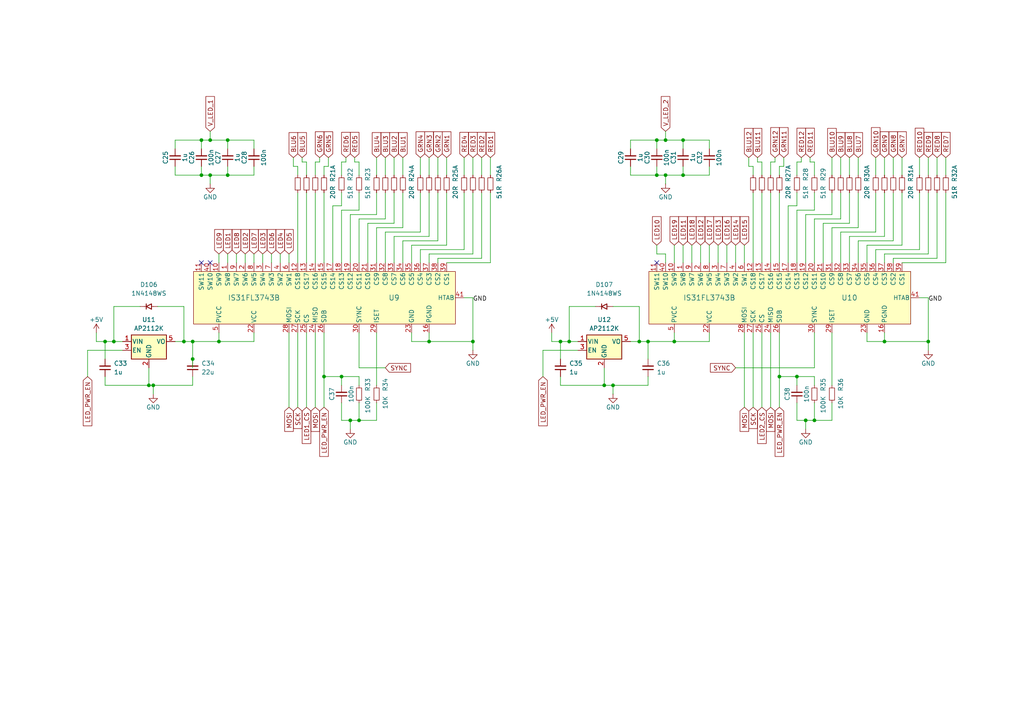
<source format=kicad_sch>
(kicad_sch (version 20250114) (generator "eeschema") (generator_version "9.0")
  (paper "A4")
  (junction (at 233.68 121.92))
  (junction (at 187.96 99.06))
  (junction (at 55.88 104.14))
  (junction (at 190.5 50.8))
  (junction (at 33.02 99.06))
  (junction (at 269.24 99.06))
  (junction (at 226.06 109.22))
  (junction (at 124.46 99.06))
  (junction (at 190.5 40.64))
  (junction (at 193.04 40.64))
  (junction (at 198.12 40.64))
  (junction (at 43.18 111.76))
  (junction (at 198.12 50.8))
  (junction (at 60.96 40.64))
  (junction (at 162.56 99.06))
  (junction (at 30.48 99.06))
  (junction (at 58.42 50.8))
  (junction (at 93.98 109.22))
  (junction (at 165.1 99.06))
  (junction (at 195.58 99.06))
  (junction (at 44.45 111.76))
  (junction (at 137.16 99.06))
  (junction (at 60.96 50.8))
  (junction (at 55.88 99.06))
  (junction (at 58.42 40.64))
  (junction (at 53.34 99.06))
  (junction (at 66.04 50.8))
  (junction (at 175.26 111.76))
  (junction (at 193.04 50.8))
  (junction (at 231.14 109.22))
  (junction (at 101.6 121.92))
  (junction (at 236.22 121.92))
  (junction (at 185.42 99.06))
  (junction (at 66.04 40.64))
  (junction (at 63.5 99.06))
  (junction (at 256.54 99.06))
  (junction (at 177.8 111.76))
  (junction (at 104.14 121.92))
  (junction (at 99.06 109.22))
  (no_connect (at 58.42 76.2))
  (no_connect (at 60.96 76.2))
  (no_connect (at 190.5 76.2))
  (wire (pts (xy 274.32 76.2) (xy 274.32 55.88)))
  (wire (pts (xy 87.63 46.99) (xy 87.63 45.72)))
  (wire (pts (xy 241.3 62.23) (xy 241.3 55.88)))
  (wire (pts (xy 236.22 109.22) (xy 231.14 109.22)))
  (wire (pts (xy 109.22 66.04) (xy 116.84 66.04)))
  (wire (pts (xy 231.14 109.22) (xy 231.14 111.76)))
  (wire (pts (xy 43.18 111.76) (xy 44.45 111.76)))
  (wire (pts (xy 99.06 121.92) (xy 101.6 121.92)))
  (wire (pts (xy 124.46 99.06) (xy 137.16 99.06)))
  (wire (pts (xy 218.44 48.26) (xy 217.17 48.26)))
  (wire (pts (xy 137.16 99.06) (xy 137.16 101.6)))
  (wire (pts (xy 63.5 99.06) (xy 73.66 99.06)))
  (wire (pts (xy 73.66 50.8) (xy 73.66 48.26)))
  (wire (pts (xy 134.62 86.36) (xy 137.16 86.36)))
  (wire (pts (xy 25.4 101.6) (xy 35.56 101.6)))
  (wire (pts (xy 193.04 40.64) (xy 198.12 40.64)))
  (wire (pts (xy 172.72 88.9) (xy 165.1 88.9)))
  (wire (pts (xy 111.76 76.2) (xy 111.76 67.31)))
  (wire (pts (xy 256.54 45.72) (xy 256.54 50.8)))
  (wire (pts (xy 116.84 69.85) (xy 127 69.85)))
  (wire (pts (xy 66.04 40.64) (xy 66.04 43.18)))
  (wire (pts (xy 193.04 50.8) (xy 198.12 50.8)))
  (wire (pts (xy 256.54 76.2) (xy 256.54 73.66)))
  (wire (pts (xy 76.2 73.66) (xy 76.2 76.2)))
  (wire (pts (xy 165.1 88.9) (xy 165.1 99.06)))
  (wire (pts (xy 99.06 46.99) (xy 100.33 46.99)))
  (wire (pts (xy 124.46 96.52) (xy 124.46 99.06)))
  (wire (pts (xy 109.22 55.88) (xy 109.22 62.23)))
  (wire (pts (xy 231.14 59.69) (xy 231.14 55.88)))
  (wire (pts (xy 200.66 71.12) (xy 200.66 76.2)))
  (wire (pts (xy 73.66 73.66) (xy 73.66 76.2)))
  (wire (pts (xy 106.68 64.77) (xy 114.3 64.77)))
  (wire (pts (xy 139.7 74.93) (xy 139.7 55.88)))
  (wire (pts (xy 175.26 111.76) (xy 177.8 111.76)))
  (wire (pts (xy 66.04 50.8) (xy 73.66 50.8)))
  (wire (pts (xy 73.66 40.64) (xy 73.66 43.18)))
  (wire (pts (xy 99.06 59.69) (xy 99.06 55.88)))
  (wire (pts (xy 218.44 50.8) (xy 218.44 48.26)))
  (wire (pts (xy 30.48 99.06) (xy 33.02 99.06)))
  (wire (pts (xy 190.5 50.8) (xy 193.04 50.8)))
  (wire (pts (xy 231.14 76.2) (xy 231.14 60.96)))
  (wire (pts (xy 182.88 43.18) (xy 182.88 40.64)))
  (wire (pts (xy 236.22 121.92) (xy 241.3 121.92)))
  (wire (pts (xy 233.68 121.92) (xy 236.22 121.92)))
  (wire (pts (xy 91.44 96.52) (xy 91.44 118.11)))
  (wire (pts (xy 248.92 76.2) (xy 248.92 69.85)))
  (wire (pts (xy 193.04 73.66) (xy 193.04 76.2)))
  (wire (pts (xy 99.06 50.8) (xy 99.06 46.99)))
  (wire (pts (xy 236.22 106.68) (xy 236.22 96.52)))
  (wire (pts (xy 269.24 45.72) (xy 269.24 50.8)))
  (wire (pts (xy 251.46 71.12) (xy 261.62 71.12)))
  (wire (pts (xy 55.88 109.22) (xy 55.88 111.76)))
  (wire (pts (xy 226.06 55.88) (xy 226.06 76.2)))
  (wire (pts (xy 190.5 73.66) (xy 193.04 73.66)))
  (wire (pts (xy 210.82 71.12) (xy 210.82 76.2)))
  (wire (pts (xy 109.22 121.92) (xy 109.22 116.84)))
  (wire (pts (xy 30.48 109.22) (xy 30.48 111.76)))
  (wire (pts (xy 220.98 55.88) (xy 220.98 76.2)))
  (wire (pts (xy 101.6 121.92) (xy 104.14 121.92)))
  (wire (pts (xy 177.8 111.76) (xy 187.96 111.76)))
  (wire (pts (xy 236.22 60.96) (xy 236.22 55.88)))
  (wire (pts (xy 50.8 43.18) (xy 50.8 40.64)))
  (wire (pts (xy 91.44 50.8) (xy 91.44 46.99)))
  (wire (pts (xy 243.84 67.31) (xy 254 67.31)))
  (wire (pts (xy 109.22 76.2) (xy 109.22 66.04)))
  (wire (pts (xy 266.7 72.39) (xy 266.7 55.88)))
  (wire (pts (xy 246.38 45.72) (xy 246.38 50.8)))
  (wire (pts (xy 217.17 45.72) (xy 217.17 48.26)))
  (wire (pts (xy 116.84 66.04) (xy 116.84 55.88)))
  (wire (pts (xy 254 45.72) (xy 254 50.8)))
  (wire (pts (xy 93.98 48.26) (xy 95.25 48.26)))
  (wire (pts (xy 241.3 66.04) (xy 248.92 66.04)))
  (wire (pts (xy 254 67.31) (xy 254 55.88)))
  (wire (pts (xy 92.71 45.72) (xy 92.71 46.99)))
  (wire (pts (xy 251.46 96.52) (xy 251.46 99.06)))
  (wire (pts (xy 185.42 99.06) (xy 182.88 99.06)))
  (wire (pts (xy 236.22 63.5) (xy 243.84 63.5)))
  (wire (pts (xy 256.54 96.52) (xy 256.54 99.06)))
  (wire (pts (xy 219.71 46.99) (xy 220.98 46.99)))
  (wire (pts (xy 198.12 71.12) (xy 198.12 76.2)))
  (wire (pts (xy 243.84 76.2) (xy 243.84 67.31)))
  (wire (pts (xy 101.6 76.2) (xy 101.6 62.23)))
  (wire (pts (xy 223.52 96.52) (xy 223.52 118.11)))
  (wire (pts (xy 58.42 48.26) (xy 58.42 50.8)))
  (wire (pts (xy 228.6 76.2) (xy 228.6 59.69)))
  (wire (pts (xy 259.08 74.93) (xy 271.78 74.93)))
  (wire (pts (xy 205.74 40.64) (xy 205.74 43.18)))
  (wire (pts (xy 223.52 55.88) (xy 223.52 76.2)))
  (wire (pts (xy 238.76 76.2) (xy 238.76 64.77)))
  (wire (pts (xy 160.02 96.52) (xy 160.02 99.06)))
  (wire (pts (xy 231.14 121.92) (xy 233.68 121.92)))
  (wire (pts (xy 266.7 45.72) (xy 266.7 50.8)))
  (wire (pts (xy 124.46 68.58) (xy 124.46 55.88)))
  (wire (pts (xy 226.06 109.22) (xy 226.06 118.11)))
  (wire (pts (xy 124.46 76.2) (xy 124.46 73.66)))
  (wire (pts (xy 246.38 64.77) (xy 246.38 55.88)))
  (wire (pts (xy 106.68 76.2) (xy 106.68 64.77)))
  (wire (pts (xy 226.06 48.26) (xy 227.33 48.26)))
  (wire (pts (xy 86.36 50.8) (xy 86.36 48.26)))
  (wire (pts (xy 182.88 50.8) (xy 190.5 50.8)))
  (wire (pts (xy 215.9 96.52) (xy 215.9 118.11)))
  (wire (pts (xy 78.74 73.66) (xy 78.74 76.2)))
  (wire (pts (xy 139.7 45.72) (xy 139.7 50.8)))
  (wire (pts (xy 205.74 96.52) (xy 205.74 99.06)))
  (wire (pts (xy 104.14 109.22) (xy 99.06 109.22)))
  (wire (pts (xy 93.98 109.22) (xy 93.98 118.11)))
  (wire (pts (xy 142.24 76.2) (xy 142.24 55.88)))
  (wire (pts (xy 238.76 64.77) (xy 246.38 64.77)))
  (wire (pts (xy 271.78 45.72) (xy 271.78 50.8)))
  (wire (pts (xy 142.24 45.72) (xy 142.24 50.8)))
  (wire (pts (xy 30.48 111.76) (xy 43.18 111.76)))
  (wire (pts (xy 205.74 50.8) (xy 205.74 48.26)))
  (wire (pts (xy 104.14 116.84) (xy 104.14 121.92)))
  (wire (pts (xy 127 69.85) (xy 127 55.88)))
  (wire (pts (xy 241.3 45.72) (xy 241.3 50.8)))
  (wire (pts (xy 55.88 99.06) (xy 55.88 104.14)))
  (wire (pts (xy 175.26 106.68) (xy 175.26 111.76)))
  (wire (pts (xy 86.36 96.52) (xy 86.36 118.11)))
  (wire (pts (xy 234.95 45.72) (xy 234.95 46.99)))
  (wire (pts (xy 95.25 45.72) (xy 95.25 48.26)))
  (wire (pts (xy 177.8 111.76) (xy 177.8 114.3)))
  (wire (pts (xy 66.04 73.66) (xy 66.04 76.2)))
  (wire (pts (xy 88.9 50.8) (xy 88.9 46.99)))
  (wire (pts (xy 165.1 99.06) (xy 162.56 99.06)))
  (wire (pts (xy 88.9 55.88) (xy 88.9 76.2)))
  (wire (pts (xy 274.32 45.72) (xy 274.32 50.8)))
  (wire (pts (xy 213.36 106.68) (xy 236.22 106.68)))
  (wire (pts (xy 114.3 64.77) (xy 114.3 55.88)))
  (wire (pts (xy 241.3 96.52) (xy 241.3 111.76)))
  (wire (pts (xy 208.28 71.12) (xy 208.28 76.2)))
  (wire (pts (xy 88.9 96.52) (xy 88.9 118.11)))
  (wire (pts (xy 190.5 71.12) (xy 190.5 73.66)))
  (wire (pts (xy 104.14 121.92) (xy 109.22 121.92)))
  (wire (pts (xy 231.14 116.84) (xy 231.14 121.92)))
  (wire (pts (xy 246.38 68.58) (xy 256.54 68.58)))
  (wire (pts (xy 86.36 55.88) (xy 86.36 76.2)))
  (wire (pts (xy 121.92 67.31) (xy 121.92 55.88)))
  (wire (pts (xy 190.5 40.64) (xy 190.5 43.18)))
  (wire (pts (xy 33.02 99.06) (xy 35.56 99.06)))
  (wire (pts (xy 50.8 48.26) (xy 50.8 50.8)))
  (wire (pts (xy 91.44 55.88) (xy 91.44 76.2)))
  (wire (pts (xy 266.7 86.36) (xy 269.24 86.36)))
  (wire (pts (xy 269.24 73.66) (xy 269.24 55.88)))
  (wire (pts (xy 224.79 46.99) (xy 223.52 46.99)))
  (wire (pts (xy 119.38 71.12) (xy 129.54 71.12)))
  (wire (pts (xy 99.06 76.2) (xy 99.06 60.96)))
  (wire (pts (xy 269.24 86.36) (xy 269.24 99.06)))
  (wire (pts (xy 177.8 88.9) (xy 185.42 88.9)))
  (wire (pts (xy 231.14 46.99) (xy 231.14 50.8)))
  (wire (pts (xy 165.1 99.06) (xy 167.64 99.06)))
  (wire (pts (xy 241.3 121.92) (xy 241.3 116.84)))
  (wire (pts (xy 99.06 109.22) (xy 99.06 111.76)))
  (wire (pts (xy 256.54 68.58) (xy 256.54 55.88)))
  (wire (pts (xy 127 74.93) (xy 139.7 74.93)))
  (wire (pts (xy 116.84 76.2) (xy 116.84 69.85)))
  (wire (pts (xy 246.38 76.2) (xy 246.38 68.58)))
  (wire (pts (xy 236.22 116.84) (xy 236.22 121.92)))
  (wire (pts (xy 198.12 40.64) (xy 198.12 43.18)))
  (wire (pts (xy 162.56 99.06) (xy 162.56 104.14)))
  (wire (pts (xy 233.68 121.92) (xy 233.68 124.46)))
  (wire (pts (xy 251.46 99.06) (xy 256.54 99.06)))
  (wire (pts (xy 85.09 45.72) (xy 85.09 48.26)))
  (wire (pts (xy 231.14 60.96) (xy 236.22 60.96)))
  (wire (pts (xy 190.5 48.26) (xy 190.5 50.8)))
  (wire (pts (xy 195.58 96.52) (xy 195.58 99.06)))
  (wire (pts (xy 185.42 99.06) (xy 187.96 99.06)))
  (wire (pts (xy 248.92 66.04) (xy 248.92 55.88)))
  (wire (pts (xy 248.92 45.72) (xy 248.92 50.8)))
  (wire (pts (xy 261.62 45.72) (xy 261.62 50.8)))
  (wire (pts (xy 83.82 96.52) (xy 83.82 118.11)))
  (wire (pts (xy 121.92 45.72) (xy 121.92 50.8)))
  (wire (pts (xy 60.96 40.64) (xy 66.04 40.64)))
  (wire (pts (xy 109.22 45.72) (xy 109.22 50.8)))
  (wire (pts (xy 99.06 116.84) (xy 99.06 121.92)))
  (wire (pts (xy 129.54 71.12) (xy 129.54 55.88)))
  (wire (pts (xy 50.8 50.8) (xy 58.42 50.8)))
  (wire (pts (xy 261.62 71.12) (xy 261.62 55.88)))
  (wire (pts (xy 269.24 99.06) (xy 269.24 101.6)))
  (wire (pts (xy 162.56 111.76) (xy 175.26 111.76)))
  (wire (pts (xy 127 76.2) (xy 127 74.93)))
  (wire (pts (xy 232.41 46.99) (xy 231.14 46.99)))
  (wire (pts (xy 241.3 76.2) (xy 241.3 66.04)))
  (wire (pts (xy 124.46 73.66) (xy 137.16 73.66)))
  (wire (pts (xy 215.9 71.12) (xy 215.9 76.2)))
  (wire (pts (xy 190.5 40.64) (xy 193.04 40.64)))
  (wire (pts (xy 203.2 71.12) (xy 203.2 76.2)))
  (wire (pts (xy 195.58 99.06) (xy 205.74 99.06)))
  (wire (pts (xy 83.82 73.66) (xy 83.82 76.2)))
  (wire (pts (xy 187.96 99.06) (xy 187.96 104.14)))
  (wire (pts (xy 66.04 48.26) (xy 66.04 50.8)))
  (wire (pts (xy 44.45 111.76) (xy 44.45 114.3)))
  (wire (pts (xy 232.41 45.72) (xy 232.41 46.99)))
  (wire (pts (xy 93.98 55.88) (xy 93.98 76.2)))
  (wire (pts (xy 99.06 60.96) (xy 104.14 60.96)))
  (wire (pts (xy 50.8 40.64) (xy 58.42 40.64)))
  (wire (pts (xy 233.68 76.2) (xy 233.68 62.23)))
  (wire (pts (xy 93.98 109.22) (xy 93.98 96.52)))
  (wire (pts (xy 104.14 76.2) (xy 104.14 63.5)))
  (wire (pts (xy 101.6 121.92) (xy 101.6 124.46)))
  (wire (pts (xy 73.66 96.52) (xy 73.66 99.06)))
  (wire (pts (xy 224.79 45.72) (xy 224.79 46.99)))
  (wire (pts (xy 33.02 99.06) (xy 33.02 88.9)))
  (wire (pts (xy 119.38 76.2) (xy 119.38 71.12)))
  (wire (pts (xy 228.6 59.69) (xy 231.14 59.69)))
  (wire (pts (xy 114.3 68.58) (xy 124.46 68.58)))
  (wire (pts (xy 25.4 101.6) (xy 25.4 109.22)))
  (wire (pts (xy 53.34 88.9) (xy 53.34 99.06)))
  (wire (pts (xy 60.96 50.8) (xy 66.04 50.8)))
  (wire (pts (xy 91.44 46.99) (xy 92.71 46.99)))
  (wire (pts (xy 44.45 111.76) (xy 55.88 111.76)))
  (wire (pts (xy 104.14 46.99) (xy 102.87 46.99)))
  (wire (pts (xy 162.56 109.22) (xy 162.56 111.76)))
  (wire (pts (xy 198.12 50.8) (xy 205.74 50.8)))
  (wire (pts (xy 198.12 40.64) (xy 205.74 40.64)))
  (wire (pts (xy 220.98 96.52) (xy 220.98 118.11)))
  (wire (pts (xy 66.04 40.64) (xy 73.66 40.64)))
  (wire (pts (xy 236.22 111.76) (xy 236.22 109.22)))
  (wire (pts (xy 157.48 101.6) (xy 167.64 101.6)))
  (wire (pts (xy 100.33 45.72) (xy 100.33 46.99)))
  (wire (pts (xy 116.84 45.72) (xy 116.84 50.8)))
  (wire (pts (xy 226.06 50.8) (xy 226.06 48.26)))
  (wire (pts (xy 223.52 46.99) (xy 223.52 50.8)))
  (wire (pts (xy 101.6 62.23) (xy 109.22 62.23)))
  (wire (pts (xy 104.14 106.68) (xy 111.76 106.68)))
  (wire (pts (xy 195.58 71.12) (xy 195.58 76.2)))
  (wire (pts (xy 243.84 63.5) (xy 243.84 55.88)))
  (wire (pts (xy 129.54 45.72) (xy 129.54 50.8)))
  (wire (pts (xy 236.22 50.8) (xy 236.22 46.99)))
  (wire (pts (xy 114.3 76.2) (xy 114.3 68.58)))
  (wire (pts (xy 99.06 109.22) (xy 93.98 109.22)))
  (wire (pts (xy 121.92 76.2) (xy 121.92 72.39)))
  (wire (pts (xy 81.28 73.66) (xy 81.28 76.2)))
  (wire (pts (xy 254 76.2) (xy 254 72.39)))
  (wire (pts (xy 227.33 45.72) (xy 227.33 48.26)))
  (wire (pts (xy 88.9 46.99) (xy 87.63 46.99)))
  (wire (pts (xy 114.3 45.72) (xy 114.3 50.8)))
  (wire (pts (xy 218.44 55.88) (xy 218.44 76.2)))
  (wire (pts (xy 63.5 99.06) (xy 63.5 96.52)))
  (wire (pts (xy 53.34 99.06) (xy 55.88 99.06)))
  (wire (pts (xy 96.52 59.69) (xy 99.06 59.69)))
  (wire (pts (xy 218.44 96.52) (xy 218.44 118.11)))
  (wire (pts (xy 134.62 72.39) (xy 134.62 55.88)))
  (wire (pts (xy 248.92 69.85) (xy 259.08 69.85)))
  (wire (pts (xy 71.12 73.66) (xy 71.12 76.2)))
  (wire (pts (xy 124.46 45.72) (xy 124.46 50.8)))
  (wire (pts (xy 58.42 40.64) (xy 58.42 43.18)))
  (wire (pts (xy 63.5 73.66) (xy 63.5 76.2)))
  (wire (pts (xy 55.88 104.14) (xy 55.88 106.68)))
  (wire (pts (xy 134.62 45.72) (xy 134.62 50.8)))
  (wire (pts (xy 104.14 63.5) (xy 111.76 63.5)))
  (wire (pts (xy 30.48 99.06) (xy 30.48 104.14)))
  (wire (pts (xy 43.18 106.68) (xy 43.18 111.76)))
  (wire (pts (xy 104.14 50.8) (xy 104.14 46.99)))
  (wire (pts (xy 93.98 50.8) (xy 93.98 48.26)))
  (wire (pts (xy 182.88 40.64) (xy 190.5 40.64)))
  (wire (pts (xy 111.76 67.31) (xy 121.92 67.31)))
  (wire (pts (xy 119.38 96.52) (xy 119.38 99.06)))
  (wire (pts (xy 127 45.72) (xy 127 50.8)))
  (wire (pts (xy 213.36 71.12) (xy 213.36 76.2)))
  (wire (pts (xy 162.56 99.06) (xy 160.02 99.06)))
  (wire (pts (xy 137.16 73.66) (xy 137.16 55.88)))
  (wire (pts (xy 251.46 76.2) (xy 251.46 71.12)))
  (wire (pts (xy 271.78 74.93) (xy 271.78 55.88)))
  (wire (pts (xy 259.08 69.85) (xy 259.08 55.88)))
  (wire (pts (xy 104.14 96.52) (xy 104.14 106.68)))
  (wire (pts (xy 254 72.39) (xy 266.7 72.39)))
  (wire (pts (xy 119.38 99.06) (xy 124.46 99.06)))
  (wire (pts (xy 256.54 99.06) (xy 269.24 99.06)))
  (wire (pts (xy 220.98 46.99) (xy 220.98 50.8)))
  (wire (pts (xy 129.54 76.2) (xy 142.24 76.2)))
  (wire (pts (xy 187.96 99.06) (xy 195.58 99.06)))
  (wire (pts (xy 104.14 111.76) (xy 104.14 109.22)))
  (wire (pts (xy 193.04 50.8) (xy 193.04 53.34)))
  (wire (pts (xy 109.22 96.52) (xy 109.22 111.76)))
  (wire (pts (xy 205.74 71.12) (xy 205.74 76.2)))
  (wire (pts (xy 226.06 109.22) (xy 226.06 96.52)))
  (wire (pts (xy 58.42 50.8) (xy 60.96 50.8)))
  (wire (pts (xy 261.62 76.2) (xy 274.32 76.2)))
  (wire (pts (xy 259.08 45.72) (xy 259.08 50.8)))
  (wire (pts (xy 60.96 38.1) (xy 60.96 40.64)))
  (wire (pts (xy 121.92 72.39) (xy 134.62 72.39)))
  (wire (pts (xy 137.16 86.36) (xy 137.16 99.06)))
  (wire (pts (xy 256.54 73.66) (xy 269.24 73.66)))
  (wire (pts (xy 137.16 45.72) (xy 137.16 50.8)))
  (wire (pts (xy 60.96 50.8) (xy 60.96 53.34)))
  (wire (pts (xy 27.94 99.06) (xy 30.48 99.06)))
  (wire (pts (xy 185.42 88.9) (xy 185.42 99.06)))
  (wire (pts (xy 193.04 38.1) (xy 193.04 40.64)))
  (wire (pts (xy 68.58 73.66) (xy 68.58 76.2)))
  (wire (pts (xy 231.14 109.22) (xy 226.06 109.22)))
  (wire (pts (xy 236.22 76.2) (xy 236.22 63.5)))
  (wire (pts (xy 55.88 99.06) (xy 63.5 99.06)))
  (wire (pts (xy 27.94 96.52) (xy 27.94 99.06)))
  (wire (pts (xy 102.87 45.72) (xy 102.87 46.99)))
  (wire (pts (xy 236.22 46.99) (xy 234.95 46.99)))
  (wire (pts (xy 198.12 48.26) (xy 198.12 50.8)))
  (wire (pts (xy 58.42 40.64) (xy 60.96 40.64)))
  (wire (pts (xy 96.52 76.2) (xy 96.52 59.69)))
  (wire (pts (xy 53.34 99.06) (xy 50.8 99.06)))
  (wire (pts (xy 243.84 45.72) (xy 243.84 50.8)))
  (wire (pts (xy 33.02 88.9) (xy 40.64 88.9)))
  (wire (pts (xy 45.72 88.9) (xy 53.34 88.9)))
  (wire (pts (xy 111.76 45.72) (xy 111.76 50.8)))
  (wire (pts (xy 157.48 109.22) (xy 157.48 101.6)))
  (wire (pts (xy 104.14 60.96) (xy 104.14 55.88)))
  (wire (pts (xy 259.08 76.2) (xy 259.08 74.93)))
  (wire (pts (xy 86.36 48.26) (xy 85.09 48.26)))
  (wire (pts (xy 233.68 62.23) (xy 241.3 62.23)))
  (wire (pts (xy 111.76 63.5) (xy 111.76 55.88)))
  (wire (pts (xy 219.71 45.72) (xy 219.71 46.99)))
  (wire (pts (xy 182.88 48.26) (xy 182.88 50.8)))
  (wire (pts (xy 187.96 109.22) (xy 187.96 111.76)))
  (label "GND" (at 269.24 87.63 0))
  (label "GND" (at 137.16 87.63 0))
  (global_label "RED6" (shape input) (at 100.33 45.72 90) (property "Intersheetrefs" "${INTERSHEET_REFS}" (effects (hide yes))))
  (global_label "LED15" (shape input) (at 215.9 71.12 90) (property "Intersheetrefs" "${INTERSHEET_REFS}" (effects (hide yes))))
  (global_label "BLU9" (shape input) (at 243.84 45.72 90) (property "Intersheetrefs" "${INTERSHEET_REFS}" (effects (hide yes))))
  (global_label "RED9" (shape input) (at 269.24 45.72 90) (property "Intersheetrefs" "${INTERSHEET_REFS}" (effects (hide yes))))
  (global_label "RED2" (shape input) (at 139.7 45.72 90) (property "Intersheetrefs" "${INTERSHEET_REFS}" (effects (hide yes))))
  (global_label "BLU8" (shape input) (at 246.38 45.72 90) (property "Intersheetrefs" "${INTERSHEET_REFS}" (effects (hide yes))))
  (global_label "BLU1" (shape input) (at 116.84 45.72 90) (property "Intersheetrefs" "${INTERSHEET_REFS}" (effects (hide yes))))
  (global_label "LED_PWR_EN" (shape input) (at 93.98 118.11 270) (property "Intersheetrefs" "${INTERSHEET_REFS}" (effects (hide yes))))
  (global_label "RED5" (shape input) (at 102.87 45.72 90) (property "Intersheetrefs" "${INTERSHEET_REFS}" (effects (hide yes))))
  (global_label "RED4" (shape input) (at 134.62 45.72 90) (property "Intersheetrefs" "${INTERSHEET_REFS}" (effects (hide yes))))
  (global_label "LED18" (shape input) (at 200.66 71.12 90) (property "Intersheetrefs" "${INTERSHEET_REFS}" (effects (hide yes))))
  (global_label "BLU5" (shape input) (at 87.63 45.72 90) (property "Intersheetrefs" "${INTERSHEET_REFS}" (effects (hide yes))))
  (global_label "GRN5" (shape input) (at 95.25 45.72 90) (property "Intersheetrefs" "${INTERSHEET_REFS}" (effects (hide yes))))
  (global_label "RED3" (shape input) (at 137.16 45.72 90) (property "Intersheetrefs" "${INTERSHEET_REFS}" (effects (hide yes))))
  (global_label "LED17" (shape input) (at 205.74 71.12 90) (property "Intersheetrefs" "${INTERSHEET_REFS}" (effects (hide yes))))
  (global_label "GRN3" (shape input) (at 124.46 45.72 90) (property "Intersheetrefs" "${INTERSHEET_REFS}" (effects (hide yes))))
  (global_label "BLU3" (shape input) (at 111.76 45.72 90) (property "Intersheetrefs" "${INTERSHEET_REFS}" (effects (hide yes))))
  (global_label "LED16" (shape input) (at 210.82 71.12 90) (property "Intersheetrefs" "${INTERSHEET_REFS}" (effects (hide yes))))
  (global_label "LED2_CS" (shape input) (at 220.98 118.11 270) (property "Intersheetrefs" "${INTERSHEET_REFS}" (effects (hide yes))))
  (global_label "LED_PWR_EN" (shape input) (at 226.06 118.11 270) (property "Intersheetrefs" "${INTERSHEET_REFS}" (effects (hide yes))))
  (global_label "RED8" (shape input) (at 271.78 45.72 90) (property "Intersheetrefs" "${INTERSHEET_REFS}" (effects (hide yes))))
  (global_label "MOSI" (shape input) (at 91.44 118.11 270) (property "Intersheetrefs" "${INTERSHEET_REFS}" (effects (hide yes))))
  (global_label "RED10" (shape input) (at 266.7 45.72 90) (property "Intersheetrefs" "${INTERSHEET_REFS}" (effects (hide yes))))
  (global_label "GRN11" (shape input) (at 227.33 45.72 90) (property "Intersheetrefs" "${INTERSHEET_REFS}" (effects (hide yes))))
  (global_label "RED11" (shape input) (at 234.95 45.72 90) (property "Intersheetrefs" "${INTERSHEET_REFS}" (effects (hide yes))))
  (global_label "GRN7" (shape input) (at 261.62 45.72 90) (property "Intersheetrefs" "${INTERSHEET_REFS}" (effects (hide yes))))
  (global_label "LED12" (shape input) (at 203.2 71.12 90) (property "Intersheetrefs" "${INTERSHEET_REFS}" (effects (hide yes))))
  (global_label "GRN12" (shape input) (at 224.79 45.72 90) (property "Intersheetrefs" "${INTERSHEET_REFS}" (effects (hide yes))))
  (global_label "MOSI" (shape input) (at 215.9 118.11 270) (property "Intersheetrefs" "${INTERSHEET_REFS}" (effects (hide yes))))
  (global_label "MOSI" (shape input) (at 223.52 118.11 270) (property "Intersheetrefs" "${INTERSHEET_REFS}" (effects (hide yes))))
  (global_label "BLU12" (shape input) (at 217.17 45.72 90) (property "Intersheetrefs" "${INTERSHEET_REFS}" (effects (hide yes))))
  (global_label "LED1" (shape input) (at 66.04 73.66 90) (property "Intersheetrefs" "${INTERSHEET_REFS}" (effects (hide yes))))
  (global_label "LED1_CS" (shape input) (at 88.9 118.11 270) (property "Intersheetrefs" "${INTERSHEET_REFS}" (effects (hide yes))))
  (global_label "SCK" (shape input) (at 218.44 118.11 270) (property "Intersheetrefs" "${INTERSHEET_REFS}" (effects (hide yes))))
  (global_label "LED6" (shape input) (at 78.74 73.66 90) (property "Intersheetrefs" "${INTERSHEET_REFS}" (effects (hide yes))))
  (global_label "BLU6" (shape input) (at 85.09 45.72 90) (property "Intersheetrefs" "${INTERSHEET_REFS}" (effects (hide yes))))
  (global_label "GRN9" (shape input) (at 256.54 45.72 90) (property "Intersheetrefs" "${INTERSHEET_REFS}" (effects (hide yes))))
  (global_label "GRN8" (shape input) (at 259.08 45.72 90) (property "Intersheetrefs" "${INTERSHEET_REFS}" (effects (hide yes))))
  (global_label "LED3" (shape input) (at 76.2 73.66 90) (property "Intersheetrefs" "${INTERSHEET_REFS}" (effects (hide yes))))
  (global_label "LED11" (shape input) (at 198.12 71.12 90) (property "Intersheetrefs" "${INTERSHEET_REFS}" (effects (hide yes))))
  (global_label "SYNC" (shape input) (at 213.36 106.68 180) (property "Intersheetrefs" "${INTERSHEET_REFS}" (effects (hide yes))))
  (global_label "V_LED_1" (shape input) (at 60.96 38.1 90) (property "Intersheetrefs" "${INTERSHEET_REFS}" (effects (hide yes))))
  (global_label "BLU4" (shape input) (at 109.22 45.72 90) (property "Intersheetrefs" "${INTERSHEET_REFS}" (effects (hide yes))))
  (global_label "GRN6" (shape input) (at 92.71 45.72 90) (property "Intersheetrefs" "${INTERSHEET_REFS}" (effects (hide yes))))
  (global_label "LED_PWR_EN" (shape input) (at 157.48 109.22 270) (property "Intersheetrefs" "${INTERSHEET_REFS}" (effects (hide yes))))
  (global_label "BLU11" (shape input) (at 219.71 45.72 90) (property "Intersheetrefs" "${INTERSHEET_REFS}" (effects (hide yes))))
  (global_label "GRN10" (shape input) (at 254 45.72 90) (property "Intersheetrefs" "${INTERSHEET_REFS}" (effects (hide yes))))
  (global_label "LED19" (shape input) (at 195.58 71.12 90) (property "Intersheetrefs" "${INTERSHEET_REFS}" (effects (hide yes))))
  (global_label "LED7" (shape input) (at 73.66 73.66 90) (property "Intersheetrefs" "${INTERSHEET_REFS}" (effects (hide yes))))
  (global_label "RED12" (shape input) (at 232.41 45.72 90) (property "Intersheetrefs" "${INTERSHEET_REFS}" (effects (hide yes))))
  (global_label "SYNC" (shape input) (at 111.76 106.68 0) (property "Intersheetrefs" "${INTERSHEET_REFS}" (effects (hide yes))))
  (global_label "RED7" (shape input) (at 274.32 45.72 90) (property "Intersheetrefs" "${INTERSHEET_REFS}" (effects (hide yes))))
  (global_label "LED2" (shape input) (at 71.12 73.66 90) (property "Intersheetrefs" "${INTERSHEET_REFS}" (effects (hide yes))))
  (global_label "LED5" (shape input) (at 83.82 73.66 90) (property "Intersheetrefs" "${INTERSHEET_REFS}" (effects (hide yes))))
  (global_label "V_LED_2" (shape input) (at 193.04 38.1 90) (property "Intersheetrefs" "${INTERSHEET_REFS}" (effects (hide yes))))
  (global_label "LED10" (shape input) (at 190.5 71.12 90) (property "Intersheetrefs" "${INTERSHEET_REFS}" (effects (hide yes))))
  (global_label "LED_PWR_EN" (shape input) (at 25.4 109.22 270) (property "Intersheetrefs" "${INTERSHEET_REFS}" (effects (hide yes))))
  (global_label "LED13" (shape input) (at 208.28 71.12 90) (property "Intersheetrefs" "${INTERSHEET_REFS}" (effects (hide yes))))
  (global_label "BLU7" (shape input) (at 248.92 45.72 90) (property "Intersheetrefs" "${INTERSHEET_REFS}" (effects (hide yes))))
  (global_label "MOSI" (shape input) (at 83.82 118.11 270) (property "Intersheetrefs" "${INTERSHEET_REFS}" (effects (hide yes))))
  (global_label "LED8" (shape input) (at 68.58 73.66 90) (property "Intersheetrefs" "${INTERSHEET_REFS}" (effects (hide yes))))
  (global_label "BLU2" (shape input) (at 114.3 45.72 90) (property "Intersheetrefs" "${INTERSHEET_REFS}" (effects (hide yes))))
  (global_label "GRN2" (shape input) (at 127 45.72 90) (property "Intersheetrefs" "${INTERSHEET_REFS}" (effects (hide yes))))
  (global_label "LED4" (shape input) (at 81.28 73.66 90) (property "Intersheetrefs" "${INTERSHEET_REFS}" (effects (hide yes))))
  (global_label "LED14" (shape input) (at 213.36 71.12 90) (property "Intersheetrefs" "${INTERSHEET_REFS}" (effects (hide yes))))
  (global_label "SCK" (shape input) (at 86.36 118.11 270) (property "Intersheetrefs" "${INTERSHEET_REFS}" (effects (hide yes))))
  (global_label "GRN1" (shape input) (at 129.54 45.72 90) (property "Intersheetrefs" "${INTERSHEET_REFS}" (effects (hide yes))))
  (global_label "LED9" (shape input) (at 63.5 73.66 90) (property "Intersheetrefs" "${INTERSHEET_REFS}" (effects (hide yes))))
  (global_label "GRN4" (shape input) (at 121.92 45.72 90) (property "Intersheetrefs" "${INTERSHEET_REFS}" (effects (hide yes))))
  (global_label "RED1" (shape input) (at 142.24 45.72 90) (property "Intersheetrefs" "${INTERSHEET_REFS}" (effects (hide yes))))
  (global_label "BLU10" (shape input) (at 241.3 45.72 90) (property "Intersheetrefs" "${INTERSHEET_REFS}" (effects (hide yes))))
  (symbol (lib_id "ts-kicad-lib:R_Array04") (at 266.7 53.34 90) (unit 1)
    (property "Reference" "R32" (at 276.86 52.832 0) (effects (justify left)))
    (property "Value" "51R" (at 276.86 53.848 0) (effects (justify right)))
    (property "Footprint" "Resistor_SMD:R_Array_Convex_4x0603" (effects (hide yes)))
    (property "Description" "Resistor Array" (effects (hide yes)))
  )
  (symbol (lib_id "ts-kicad-lib:R") (at 241.3 114.3 90) (unit 1)
    (property "Reference" "R36" (at 243.84 113.538 0) (effects (justify left)))
    (property "Value" "10K" (at 243.84 114.808 0) (effects (justify right)))
    (property "Footprint" "Resistor_SMD:R_0603_1608Metric" (effects (hide yes)))
    (property "Description" "Resistor symbol" (effects (hide yes)))
  )
  (symbol (lib_id "Device:C_Small") (at 73.66 45.72 180) (unit 1)
    (property "Reference" "C28" (at 70.866 45.72 90))
    (property "Value" "100n" (at 76.454 45.72 90))
    (property "Footprint" "Capacitor_SMD:C_0603_1608Metric_Pad1.08x0.95mm_HandSolder" (effects (hide yes)))
    (property "Description" "Unpolarized capacitor, small symbol" (effects (hide yes)))
  )
  (symbol (lib_id "ts-kicad-lib:R") (at 236.22 53.34 90) (unit 1)
    (property "Reference" "R29" (at 238.76 52.578 0) (effects (justify left)))
    (property "Value" "51R" (at 238.76 53.848 0) (effects (justify right)))
    (property "Footprint" "Resistor_SMD:R_0603_1608Metric" (effects (hide yes)))
    (property "Description" "Resistor symbol" (effects (hide yes)))
  )
  (symbol (lib_id "power:GND") (at 177.8 114.3 0) (unit 1)
    (property "Reference" "#PWR075" (effects (hide yes)))
    (property "Value" "GND" (at 177.8 118.11 0))
    (property "Description" "Power symbol creates a global label with name \"GND\" , ground" (effects (hide yes)))
  )
  (symbol (lib_id "ts-kicad-lib:R_Array04") (at 254 53.34 90) (unit 1)
    (property "Reference" "R31" (at 264.16 52.832 0) (effects (justify left)))
    (property "Value" "20R" (at 264.16 53.848 0) (effects (justify right)))
    (property "Footprint" "Resistor_SMD:R_Array_Convex_4x0603" (effects (hide yes)))
    (property "Description" "Resistor Array" (effects (hide yes)))
  )
  (symbol (lib_id "ts-kicad-lib:R_Array04") (at 142.24 53.34 90) (unit 4)
    (property "Reference" "R26" (effects (hide yes)))
    (property "Value" "51R" (effects (hide yes)))
    (property "Footprint" "Resistor_SMD:R_Array_Convex_4x0603" (effects (hide yes)))
    (property "Description" "Resistor Array" (effects (hide yes)))
  )
  (symbol (lib_id "ts-kicad-lib:R_Array04") (at 274.32 53.34 90) (unit 4)
    (property "Reference" "R32" (effects (hide yes)))
    (property "Value" "51R" (effects (hide yes)))
    (property "Footprint" "Resistor_SMD:R_Array_Convex_4x0603" (effects (hide yes)))
    (property "Description" "Resistor Array" (effects (hide yes)))
  )
  (symbol (lib_id "power:GND") (at 269.24 101.6 0) (unit 1)
    (property "Reference" "#PWR073" (effects (hide yes)))
    (property "Value" "GND" (at 269.24 105.41 0))
    (property "Description" "Power symbol creates a global label with name \"GND\" , ground" (effects (hide yes)))
  )
  (symbol (lib_id "ts-kicad-lib:R") (at 109.22 114.3 90) (unit 1)
    (property "Reference" "R34" (at 111.76 113.538 0) (effects (justify left)))
    (property "Value" "10K" (at 111.76 114.808 0) (effects (justify right)))
    (property "Footprint" "Resistor_SMD:R_0603_1608Metric" (effects (hide yes)))
    (property "Description" "Resistor symbol" (effects (hide yes)))
  )
  (symbol (lib_id "Device:C_Small") (at 198.12 45.72 180) (unit 1)
    (property "Reference" "C31" (at 195.326 45.72 90))
    (property "Value" "1u" (at 200.914 45.72 90))
    (property "Footprint" "Capacitor_SMD:C_0603_1608Metric_Pad1.08x0.95mm_HandSolder" (effects (hide yes)))
    (property "Description" "Unpolarized capacitor, small symbol" (effects (hide yes)))
  )
  (symbol (lib_id "ts-kicad-lib:C") (at 187.96 106.68 90) (unit 1)
    (property "Reference" "C36" (at 190.5 105.4035 90) (effects (justify right)))
    (property "Value" "1u" (at 190.5 107.9435 90) (effects (justify right)))
    (property "Footprint" "Capacitor_SMD:C_0603_1608Metric" (effects (hide yes)))
    (property "Description" "Unpolarized capacitor" (effects (hide yes)))
  )
  (symbol (lib_id "ts-kicad-lib:R_Array04") (at 261.62 53.34 90) (unit 4)
    (property "Reference" "R31" (effects (hide yes)))
    (property "Value" "20R" (effects (hide yes)))
    (property "Footprint" "Resistor_SMD:R_Array_Convex_4x0603" (effects (hide yes)))
    (property "Description" "Resistor Array" (effects (hide yes)))
  )
  (symbol (lib_id "ts-kicad-lib:R_Array04") (at 223.52 53.34 90) (unit 3)
    (property "Reference" "R27" (effects (hide yes)))
    (property "Value" "20R" (effects (hide yes)))
    (property "Footprint" "Resistor_SMD:R_Array_Convex_4x0603" (effects (hide yes)))
    (property "Description" "Resistor Array" (effects (hide yes)))
  )
  (symbol (lib_id "ts-kicad-lib:R_Array04") (at 86.36 53.34 90) (unit 1)
    (property "Reference" "R21" (at 96.52 52.832 0) (effects (justify left)))
    (property "Value" "20R" (at 96.52 53.848 0) (effects (justify right)))
    (property "Footprint" "Resistor_SMD:R_Array_Convex_4x0603" (effects (hide yes)))
    (property "Description" "Resistor Array" (effects (hide yes)))
  )
  (symbol (lib_id "Device:C_Small") (at 58.42 45.72 180) (unit 1)
    (property "Reference" "C26" (at 55.626 45.72 90))
    (property "Value" "100n" (at 61.214 45.72 90))
    (property "Footprint" "Capacitor_SMD:C_0603_1608Metric_Pad1.08x0.95mm_HandSolder" (effects (hide yes)))
    (property "Description" "Unpolarized capacitor, small symbol" (effects (hide yes)))
  )
  (symbol (lib_id "Device:C_Small") (at 205.74 45.72 180) (unit 1)
    (property "Reference" "C32" (at 202.946 45.72 90))
    (property "Value" "100n" (at 208.534 45.72 90))
    (property "Footprint" "Capacitor_SMD:C_0603_1608Metric_Pad1.08x0.95mm_HandSolder" (effects (hide yes)))
    (property "Description" "Unpolarized capacitor, small symbol" (effects (hide yes)))
  )
  (symbol (lib_id "ts-kicad-lib:R_Array04") (at 241.3 53.34 90) (unit 1)
    (property "Reference" "R30" (at 251.46 52.832 0) (effects (justify left)))
    (property "Value" "20R" (at 251.46 53.848 0) (effects (justify right)))
    (property "Footprint" "Resistor_SMD:R_Array_Convex_4x0603" (effects (hide yes)))
    (property "Description" "Resistor Array" (effects (hide yes)))
  )
  (symbol (lib_id "ts-lumissil-lib:IS31FL3743B") (at 91.44 86.36 90) (unit 1)
    (property "Reference" "U9" (at 114.3 86.36 90) (effects (font (size 1.524 1.524))))
    (property "Value" "IS31FL3743B" (at 73.66 86.36 90) (effects (font (size 1.524 1.524))))
    (property "Footprint" "Package_DFN_QFN:UQFN-40-1EP_5x5mm_P0.4mm_EP3.8x3.8mm" (effects (hide yes)))
    (property "Description" "18×11 DOTS MATRIX LED DRIVER WITH 12MHZ SPI" (effects (hide yes)))
  )
  (symbol (lib_id "ts-kicad-lib:R_Array04") (at 271.78 53.34 90) (unit 3)
    (property "Reference" "R32" (effects (hide yes)))
    (property "Value" "51R" (effects (hide yes)))
    (property "Footprint" "Resistor_SMD:R_Array_Convex_4x0603" (effects (hide yes)))
    (property "Description" "Resistor Array" (effects (hide yes)))
  )
  (symbol (lib_id "Device:C_Small") (at 190.5 45.72 180) (unit 1)
    (property "Reference" "C30" (at 187.706 45.72 90))
    (property "Value" "100n" (at 193.294 45.72 90))
    (property "Footprint" "Capacitor_SMD:C_0603_1608Metric_Pad1.08x0.95mm_HandSolder" (effects (hide yes)))
    (property "Description" "Unpolarized capacitor, small symbol" (effects (hide yes)))
  )
  (symbol (lib_id "ts-kicad-lib:R_Array04") (at 88.9 53.34 90) (unit 2)
    (property "Reference" "R21" (effects (hide yes)))
    (property "Value" "20R" (effects (hide yes)))
    (property "Footprint" "Resistor_SMD:R_Array_Convex_4x0603" (effects (hide yes)))
    (property "Description" "Resistor Array" (effects (hide yes)))
  )
  (symbol (lib_id "ts-kicad-lib:C") (at 30.48 106.68 90) (unit 1)
    (property "Reference" "C33" (at 33.02 105.4035 90) (effects (justify right)))
    (property "Value" "1u" (at 33.02 107.9435 90) (effects (justify right)))
    (property "Footprint" "Capacitor_SMD:C_0603_1608Metric" (effects (hide yes)))
    (property "Description" "Unpolarized capacitor" (effects (hide yes)))
  )
  (symbol (lib_id "power:GND") (at 44.45 114.3 0) (unit 1)
    (property "Reference" "#PWR074" (effects (hide yes)))
    (property "Value" "GND" (at 44.45 118.11 0))
    (property "Description" "Power symbol creates a global label with name \"GND\" , ground" (effects (hide yes)))
  )
  (symbol (lib_id "power:+5V") (at 27.94 96.52 0) (unit 1)
    (property "Reference" "#PWR070" (effects (hide yes)))
    (property "Value" "+5V" (at 27.94 92.71 0))
    (property "Description" "Power symbol creates a global label with name \"+5V\"" (effects (hide yes)))
  )
  (symbol (lib_id "ts-kicad-lib:R_Array04") (at 226.06 53.34 90) (unit 4)
    (property "Reference" "R27" (effects (hide yes)))
    (property "Value" "20R" (effects (hide yes)))
    (property "Footprint" "Resistor_SMD:R_Array_Convex_4x0603" (effects (hide yes)))
    (property "Description" "Resistor Array" (effects (hide yes)))
  )
  (symbol (lib_id "ts-kicad-lib:R_Array04") (at 109.22 53.34 90) (unit 1)
    (property "Reference" "R24" (at 119.38 52.832 0) (effects (justify left)))
    (property "Value" "20R" (at 119.38 53.848 0) (effects (justify right)))
    (property "Footprint" "Resistor_SMD:R_Array_Convex_4x0603" (effects (hide yes)))
    (property "Description" "Resistor Array" (effects (hide yes)))
  )
  (symbol (lib_id "ts-kicad-lib:R_Array04") (at 93.98 53.34 90) (unit 4)
    (property "Reference" "R21" (effects (hide yes)))
    (property "Value" "20R" (effects (hide yes)))
    (property "Footprint" "Resistor_SMD:R_Array_Convex_4x0603" (effects (hide yes)))
    (property "Description" "Resistor Array" (effects (hide yes)))
  )
  (symbol (lib_id "ts-kicad-lib:R_Array04") (at 134.62 53.34 90) (unit 1)
    (property "Reference" "R26" (at 144.78 52.832 0) (effects (justify left)))
    (property "Value" "51R" (at 144.78 53.848 0) (effects (justify right)))
    (property "Footprint" "Resistor_SMD:R_Array_Convex_4x0603" (effects (hide yes)))
    (property "Description" "Resistor Array" (effects (hide yes)))
  )
  (symbol (lib_id "ts-kicad-lib:R_Array04") (at 256.54 53.34 90) (unit 2)
    (property "Reference" "R31" (effects (hide yes)))
    (property "Value" "20R" (effects (hide yes)))
    (property "Footprint" "Resistor_SMD:R_Array_Convex_4x0603" (effects (hide yes)))
    (property "Description" "Resistor Array" (effects (hide yes)))
  )
  (symbol (lib_id "ts-kicad-lib:D") (at 43.18 88.9 180) (unit 1)
    (property "Reference" "D106" (at 43.18 82.55 0))
    (property "Value" "1N4148WS" (at 43.18 85.09 0))
    (property "Footprint" "Diode_SMD:D_SOD-323_HandSoldering" (effects (hide yes)))
    (property "Description" "Diode" (effects (hide yes)))
    (property "Sim.Device" "D" (effects (hide yes)))
    (property "Sim.Pins" "2=A 1=K" (effects (hide yes)))
  )
  (symbol (lib_id "ts-kicad-lib:R") (at 104.14 53.34 90) (unit 1)
    (property "Reference" "R23" (at 106.68 52.578 0) (effects (justify left)))
    (property "Value" "51R" (at 106.68 53.848 0) (effects (justify right)))
    (property "Footprint" "Resistor_SMD:R_0603_1608Metric" (effects (hide yes)))
    (property "Description" "Resistor symbol" (effects (hide yes)))
  )
  (symbol (lib_id "ts-kicad-lib:R_Array04") (at 269.24 53.34 90) (unit 2)
    (property "Reference" "R32" (effects (hide yes)))
    (property "Value" "51R" (effects (hide yes)))
    (property "Footprint" "Resistor_SMD:R_Array_Convex_4x0603" (effects (hide yes)))
    (property "Description" "Resistor Array" (effects (hide yes)))
  )
  (symbol (lib_id "ts-kicad-lib:R_Array04") (at 246.38 53.34 90) (unit 3)
    (property "Reference" "R30" (effects (hide yes)))
    (property "Value" "20R" (effects (hide yes)))
    (property "Footprint" "Resistor_SMD:R_Array_Convex_4x0603" (effects (hide yes)))
    (property "Description" "Resistor Array" (effects (hide yes)))
  )
  (symbol (lib_id "Device:C_Small") (at 99.06 114.3 180) (unit 1)
    (property "Reference" "C37" (at 96.266 114.3 90))
    (property "Value" "100n" (at 101.854 114.3 90))
    (property "Footprint" "Capacitor_SMD:C_0603_1608Metric_Pad1.08x0.95mm_HandSolder" (effects (hide yes)))
    (property "Description" "Unpolarized capacitor, small symbol" (effects (hide yes)))
  )
  (symbol (lib_id "ts-kicad-lib:R_Array04") (at 218.44 53.34 90) (unit 1)
    (property "Reference" "R27" (at 228.6 52.832 0) (effects (justify left)))
    (property "Value" "20R" (at 228.6 53.848 0) (effects (justify right)))
    (property "Footprint" "Resistor_SMD:R_Array_Convex_4x0603" (effects (hide yes)))
    (property "Description" "Resistor Array" (effects (hide yes)))
  )
  (symbol (lib_id "ts-kicad-lib:R") (at 104.14 114.3 90) (unit 1)
    (property "Reference" "R33" (at 106.68 113.538 0) (effects (justify left)))
    (property "Value" "100K" (at 106.68 114.808 0) (effects (justify right)))
    (property "Footprint" "Resistor_SMD:R_0603_1608Metric" (effects (hide yes)))
    (property "Description" "Resistor symbol" (effects (hide yes)))
  )
  (symbol (lib_id "ts-kicad-lib:R_Array04") (at 248.92 53.34 90) (unit 4)
    (property "Reference" "R30" (effects (hide yes)))
    (property "Value" "20R" (effects (hide yes)))
    (property "Footprint" "Resistor_SMD:R_Array_Convex_4x0603" (effects (hide yes)))
    (property "Description" "Resistor Array" (effects (hide yes)))
  )
  (symbol (lib_id "ts-kicad-lib:C") (at 55.88 106.68 90) (unit 1)
    (property "Reference" "C34" (at 58.42 105.4035 90) (effects (justify right)))
    (property "Value" "22u" (at 58.42 107.9435 90) (effects (justify right)))
    (property "Footprint" "Capacitor_SMD:C_0603_1608Metric" (effects (hide yes)))
    (property "Description" "Unpolarized capacitor" (effects (hide yes)))
  )
  (symbol (lib_id "ts-kicad-lib:R_Array04") (at 91.44 53.34 90) (unit 3)
    (property "Reference" "R21" (effects (hide yes)))
    (property "Value" "20R" (effects (hide yes)))
    (property "Footprint" "Resistor_SMD:R_Array_Convex_4x0603" (effects (hide yes)))
    (property "Description" "Resistor Array" (effects (hide yes)))
  )
  (symbol (lib_id "power:GND") (at 193.04 53.34 0) (unit 1)
    (property "Reference" "#PWR069" (effects (hide yes)))
    (property "Value" "GND" (at 193.04 57.15 0))
    (property "Description" "Power symbol creates a global label with name \"GND\" , ground" (effects (hide yes)))
  )
  (symbol (lib_id "ts-kicad-lib:R_Array04") (at 124.46 53.34 90) (unit 2)
    (property "Reference" "R25" (effects (hide yes)))
    (property "Value" "20R" (effects (hide yes)))
    (property "Footprint" "Resistor_SMD:R_Array_Convex_4x0603" (effects (hide yes)))
    (property "Description" "Resistor Array" (effects (hide yes)))
  )
  (symbol (lib_id "ts-kicad-lib:R_Array04") (at 116.84 53.34 90) (unit 4)
    (property "Reference" "R24" (effects (hide yes)))
    (property "Value" "20R" (effects (hide yes)))
    (property "Footprint" "Resistor_SMD:R_Array_Convex_4x0603" (effects (hide yes)))
    (property "Description" "Resistor Array" (effects (hide yes)))
  )
  (symbol (lib_id "power:GND") (at 101.6 124.46 0) (unit 1)
    (property "Reference" "#PWR076" (effects (hide yes)))
    (property "Value" "GND" (at 101.6 128.27 0))
    (property "Description" "Power symbol creates a global label with name \"GND\" , ground" (effects (hide yes)))
  )
  (symbol (lib_id "ts-kicad-lib:R") (at 236.22 114.3 90) (unit 1)
    (property "Reference" "R35" (at 238.76 113.538 0) (effects (justify left)))
    (property "Value" "100K" (at 238.76 114.808 0) (effects (justify right)))
    (property "Footprint" "Resistor_SMD:R_0603_1608Metric" (effects (hide yes)))
    (property "Description" "Resistor symbol" (effects (hide yes)))
  )
  (symbol (lib_id "power:GND") (at 60.96 53.34 0) (unit 1)
    (property "Reference" "#PWR068" (effects (hide yes)))
    (property "Value" "GND" (at 60.96 57.15 0))
    (property "Description" "Power symbol creates a global label with name \"GND\" , ground" (effects (hide yes)))
  )
  (symbol (lib_id "ts-kicad-lib:LDO-AP2112") (at 175.26 99.06 0) (unit 1)
    (property "Reference" "U12" (at 175.26 92.71 0))
    (property "Value" "AP2112K" (at 175.26 95.25 0))
    (property "Footprint" "Package_TO_SOT_SMD:SOT-23-5" (effects (hide yes)))
    (property "Description" "600mA low dropout linear regulator, with enable pin, 3.8V-6V input voltage range, 3.3V fixed positive output, SOT-23-5" (effects (hide yes)))
  )
  (symbol (lib_id "ts-kicad-lib:R") (at 99.06 53.34 90) (unit 1)
    (property "Reference" "R22" (at 101.6 52.578 0) (effects (justify left)))
    (property "Value" "51R" (at 101.6 53.848 0) (effects (justify right)))
    (property "Footprint" "Resistor_SMD:R_0603_1608Metric" (effects (hide yes)))
    (property "Description" "Resistor symbol" (effects (hide yes)))
  )
  (symbol (lib_id "ts-lumissil-lib:IS31FL3743B") (at 223.52 86.36 90) (unit 1)
    (property "Reference" "U10" (at 246.38 86.36 90) (effects (font (size 1.524 1.524))))
    (property "Value" "IS31FL3743B" (at 205.74 86.36 90) (effects (font (size 1.524 1.524))))
    (property "Footprint" "Package_DFN_QFN:UQFN-40-1EP_5x5mm_P0.4mm_EP3.8x3.8mm" (effects (hide yes)))
    (property "Description" "18×11 DOTS MATRIX LED DRIVER WITH 12MHZ SPI" (effects (hide yes)))
  )
  (symbol (lib_id "ts-kicad-lib:R_Array04") (at 111.76 53.34 90) (unit 2)
    (property "Reference" "R24" (effects (hide yes)))
    (property "Value" "20R" (effects (hide yes)))
    (property "Footprint" "Resistor_SMD:R_Array_Convex_4x0603" (effects (hide yes)))
    (property "Description" "Resistor Array" (effects (hide yes)))
  )
  (symbol (lib_id "ts-kicad-lib:D") (at 175.26 88.9 180) (unit 1)
    (property "Reference" "D107" (at 175.26 82.55 0))
    (property "Value" "1N4148WS" (at 175.26 85.09 0))
    (property "Footprint" "Diode_SMD:D_SOD-323_HandSoldering" (effects (hide yes)))
    (property "Description" "Diode" (effects (hide yes)))
    (property "Sim.Device" "D" (effects (hide yes)))
    (property "Sim.Pins" "2=A 1=K" (effects (hide yes)))
  )
  (symbol (lib_id "ts-kicad-lib:R_Array04") (at 139.7 53.34 90) (unit 3)
    (property "Reference" "R26" (effects (hide yes)))
    (property "Value" "51R" (effects (hide yes)))
    (property "Footprint" "Resistor_SMD:R_Array_Convex_4x0603" (effects (hide yes)))
    (property "Description" "Resistor Array" (effects (hide yes)))
  )
  (symbol (lib_id "ts-kicad-lib:R") (at 231.14 53.34 90) (unit 1)
    (property "Reference" "R28" (at 233.68 52.578 0) (effects (justify left)))
    (property "Value" "51R" (at 233.68 53.848 0) (effects (justify right)))
    (property "Footprint" "Resistor_SMD:R_0603_1608Metric" (effects (hide yes)))
    (property "Description" "Resistor symbol" (effects (hide yes)))
  )
  (symbol (lib_id "power:GND") (at 233.68 124.46 0) (unit 1)
    (property "Reference" "#PWR077" (effects (hide yes)))
    (property "Value" "GND" (at 233.68 128.27 0))
    (property "Description" "Power symbol creates a global label with name \"GND\" , ground" (effects (hide yes)))
  )
  (symbol (lib_id "ts-kicad-lib:R_Array04") (at 129.54 53.34 90) (unit 4)
    (property "Reference" "R25" (effects (hide yes)))
    (property "Value" "20R" (effects (hide yes)))
    (property "Footprint" "Resistor_SMD:R_Array_Convex_4x0603" (effects (hide yes)))
    (property "Description" "Resistor Array" (effects (hide yes)))
  )
  (symbol (lib_id "power:+5V") (at 160.02 96.52 0) (unit 1)
    (property "Reference" "#PWR071" (effects (hide yes)))
    (property "Value" "+5V" (at 160.02 92.71 0))
    (property "Description" "Power symbol creates a global label with name \"+5V\"" (effects (hide yes)))
  )
  (symbol (lib_id "Device:C_Small") (at 182.88 45.72 180) (unit 1)
    (property "Reference" "C29" (at 180.086 45.72 90))
    (property "Value" "1u" (at 185.674 45.72 90))
    (property "Footprint" "Capacitor_SMD:C_0603_1608Metric_Pad1.08x0.95mm_HandSolder" (effects (hide yes)))
    (property "Description" "Unpolarized capacitor, small symbol" (effects (hide yes)))
  )
  (symbol (lib_id "ts-kicad-lib:LDO-AP2112") (at 43.18 99.06 0) (unit 1)
    (property "Reference" "U11" (at 43.18 92.71 0))
    (property "Value" "AP2112K" (at 43.18 95.25 0))
    (property "Footprint" "Package_TO_SOT_SMD:SOT-23-5" (effects (hide yes)))
    (property "Description" "600mA low dropout linear regulator, with enable pin, 3.8V-6V input voltage range, 3.3V fixed positive output, SOT-23-5" (effects (hide yes)))
  )
  (symbol (lib_id "Device:C_Small") (at 66.04 45.72 180) (unit 1)
    (property "Reference" "C27" (at 63.246 45.72 90))
    (property "Value" "1u" (at 68.834 45.72 90))
    (property "Footprint" "Capacitor_SMD:C_0603_1608Metric_Pad1.08x0.95mm_HandSolder" (effects (hide yes)))
    (property "Description" "Unpolarized capacitor, small symbol" (effects (hide yes)))
  )
  (symbol (lib_id "ts-kicad-lib:R_Array04") (at 114.3 53.34 90) (unit 3)
    (property "Reference" "R24" (effects (hide yes)))
    (property "Value" "20R" (effects (hide yes)))
    (property "Footprint" "Resistor_SMD:R_Array_Convex_4x0603" (effects (hide yes)))
    (property "Description" "Resistor Array" (effects (hide yes)))
  )
  (symbol (lib_id "ts-kicad-lib:C") (at 162.56 106.68 90) (unit 1)
    (property "Reference" "C35" (at 165.1 105.4035 90) (effects (justify right)))
    (property "Value" "1u" (at 165.1 107.9435 90) (effects (justify right)))
    (property "Footprint" "Capacitor_SMD:C_0603_1608Metric" (effects (hide yes)))
    (property "Description" "Unpolarized capacitor" (effects (hide yes)))
  )
  (symbol (lib_id "power:GND") (at 137.16 101.6 0) (unit 1)
    (property "Reference" "#PWR072" (effects (hide yes)))
    (property "Value" "GND" (at 137.16 105.41 0))
    (property "Description" "Power symbol creates a global label with name \"GND\" , ground" (effects (hide yes)))
  )
  (symbol (lib_id "ts-kicad-lib:R_Array04") (at 137.16 53.34 90) (unit 2)
    (property "Reference" "R26" (effects (hide yes)))
    (property "Value" "51R" (effects (hide yes)))
    (property "Footprint" "Resistor_SMD:R_Array_Convex_4x0603" (effects (hide yes)))
    (property "Description" "Resistor Array" (effects (hide yes)))
  )
  (symbol (lib_id "ts-kicad-lib:R_Array04") (at 259.08 53.34 90) (unit 3)
    (property "Reference" "R31" (effects (hide yes)))
    (property "Value" "20R" (effects (hide yes)))
    (property "Footprint" "Resistor_SMD:R_Array_Convex_4x0603" (effects (hide yes)))
    (property "Description" "Resistor Array" (effects (hide yes)))
  )
  (symbol (lib_id "ts-kicad-lib:R_Array04") (at 127 53.34 90) (unit 3)
    (property "Reference" "R25" (effects (hide yes)))
    (property "Value" "20R" (effects (hide yes)))
    (property "Footprint" "Resistor_SMD:R_Array_Convex_4x0603" (effects (hide yes)))
    (property "Description" "Resistor Array" (effects (hide yes)))
  )
  (symbol (lib_id "ts-kicad-lib:R_Array04") (at 121.92 53.34 90) (unit 1)
    (property "Reference" "R25" (at 132.08 52.832 0) (effects (justify left)))
    (property "Value" "20R" (at 132.08 53.848 0) (effects (justify right)))
    (property "Footprint" "Resistor_SMD:R_Array_Convex_4x0603" (effects (hide yes)))
    (property "Description" "Resistor Array" (effects (hide yes)))
  )
  (symbol (lib_id "ts-kicad-lib:R_Array04") (at 220.98 53.34 90) (unit 2)
    (property "Reference" "R27" (effects (hide yes)))
    (property "Value" "20R" (effects (hide yes)))
    (property "Footprint" "Resistor_SMD:R_Array_Convex_4x0603" (effects (hide yes)))
    (property "Description" "Resistor Array" (effects (hide yes)))
  )
  (symbol (lib_id "ts-kicad-lib:R_Array04") (at 243.84 53.34 90) (unit 2)
    (property "Reference" "R30" (effects (hide yes)))
    (property "Value" "20R" (effects (hide yes)))
    (property "Footprint" "Resistor_SMD:R_Array_Convex_4x0603" (effects (hide yes)))
    (property "Description" "Resistor Array" (effects (hide yes)))
  )
  (symbol (lib_id "Device:C_Small") (at 50.8 45.72 180) (unit 1)
    (property "Reference" "C25" (at 48.006 45.72 90))
    (property "Value" "1u" (at 53.594 45.72 90))
    (property "Footprint" "Capacitor_SMD:C_0603_1608Metric_Pad1.08x0.95mm_HandSolder" (effects (hide yes)))
    (property "Description" "Unpolarized capacitor, small symbol" (effects (hide yes)))
  )
  (symbol (lib_id "Device:C_Small") (at 231.14 114.3 180) (unit 1)
    (property "Reference" "C38" (at 228.346 114.3 90))
    (property "Value" "100n" (at 233.934 114.3 90))
    (property "Footprint" "Capacitor_SMD:C_0603_1608Metric_Pad1.08x0.95mm_HandSolder" (effects (hide yes)))
    (property "Description" "Unpolarized capacitor, small symbol" (effects (hide yes)))
  )
)
</source>
